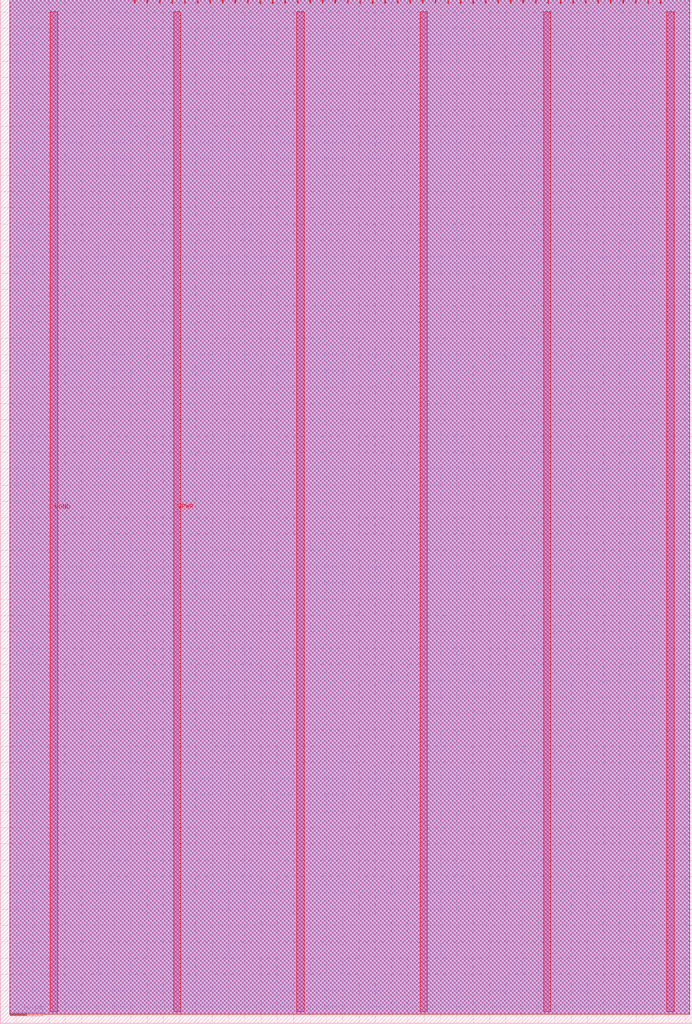
<source format=lef>
VERSION 5.8 ;
BUSBITCHARS "[]" ;
DIVIDERCHAR "/" ;
UNITS
    DATABASE MICRONS 1000 ;
END UNITS

VIA tt_um_rebeccargb_vga_pride_via1_2_2200_440_1_5_410_410
  VIARULE via1Array ;
  CUTSIZE 0.19 0.19 ;
  LAYERS Metal1 Via1 Metal2 ;
  CUTSPACING 0.22 0.22 ;
  ENCLOSURE 0.01 0.125 0.05 0.005 ;
  ROWCOL 1 5 ;
END tt_um_rebeccargb_vga_pride_via1_2_2200_440_1_5_410_410

VIA tt_um_rebeccargb_vga_pride_via2_3_2200_440_1_5_410_410
  VIARULE via2Array ;
  CUTSIZE 0.19 0.19 ;
  LAYERS Metal2 Via2 Metal3 ;
  CUTSPACING 0.22 0.22 ;
  ENCLOSURE 0.05 0.005 0.005 0.05 ;
  ROWCOL 1 5 ;
END tt_um_rebeccargb_vga_pride_via2_3_2200_440_1_5_410_410

VIA tt_um_rebeccargb_vga_pride_via3_4_2200_440_1_5_410_410
  VIARULE via3Array ;
  CUTSIZE 0.19 0.19 ;
  LAYERS Metal3 Via3 Metal4 ;
  CUTSPACING 0.22 0.22 ;
  ENCLOSURE 0.005 0.05 0.05 0.005 ;
  ROWCOL 1 5 ;
END tt_um_rebeccargb_vga_pride_via3_4_2200_440_1_5_410_410

VIA tt_um_rebeccargb_vga_pride_via4_5_2200_440_1_5_410_410
  VIARULE via4Array ;
  CUTSIZE 0.19 0.19 ;
  LAYERS Metal4 Via4 Metal5 ;
  CUTSPACING 0.22 0.22 ;
  ENCLOSURE 0.05 0.005 0.185 0.05 ;
  ROWCOL 1 5 ;
END tt_um_rebeccargb_vga_pride_via4_5_2200_440_1_5_410_410

MACRO tt_um_rebeccargb_vga_pride
  FOREIGN tt_um_rebeccargb_vga_pride 0 0 ;
  CLASS BLOCK ;
  SIZE 212.16 BY 313.74 ;
  PIN clk
    DIRECTION INPUT ;
    USE SIGNAL ;
    PORT
      LAYER Metal5 ;
        RECT  198.57 312.74 198.87 313.74 ;
    END
  END clk
  PIN ena
    DIRECTION INPUT ;
    USE SIGNAL ;
    PORT
      LAYER Metal5 ;
        RECT  202.41 312.74 202.71 313.74 ;
    END
  END ena
  PIN rst_n
    DIRECTION INPUT ;
    USE SIGNAL ;
    PORT
      LAYER Metal5 ;
        RECT  194.73 312.74 195.03 313.74 ;
    END
  END rst_n
  PIN ui_in[0]
    DIRECTION INPUT ;
    USE SIGNAL ;
    PORT
      LAYER Metal5 ;
        RECT  190.89 312.74 191.19 313.74 ;
    END
  END ui_in[0]
  PIN ui_in[1]
    DIRECTION INPUT ;
    USE SIGNAL ;
    PORT
      LAYER Metal5 ;
        RECT  187.05 312.74 187.35 313.74 ;
    END
  END ui_in[1]
  PIN ui_in[2]
    DIRECTION INPUT ;
    USE SIGNAL ;
    PORT
      LAYER Metal5 ;
        RECT  183.21 312.74 183.51 313.74 ;
    END
  END ui_in[2]
  PIN ui_in[3]
    DIRECTION INPUT ;
    USE SIGNAL ;
    PORT
      LAYER Metal5 ;
        RECT  179.37 312.74 179.67 313.74 ;
    END
  END ui_in[3]
  PIN ui_in[4]
    DIRECTION INPUT ;
    USE SIGNAL ;
    PORT
      LAYER Metal5 ;
        RECT  175.53 312.74 175.83 313.74 ;
    END
  END ui_in[4]
  PIN ui_in[5]
    DIRECTION INPUT ;
    USE SIGNAL ;
    PORT
      LAYER Metal5 ;
        RECT  171.69 312.74 171.99 313.74 ;
    END
  END ui_in[5]
  PIN ui_in[6]
    DIRECTION INPUT ;
    USE SIGNAL ;
    PORT
      LAYER Metal5 ;
        RECT  167.85 312.74 168.15 313.74 ;
    END
  END ui_in[6]
  PIN ui_in[7]
    DIRECTION INPUT ;
    USE SIGNAL ;
    PORT
      LAYER Metal5 ;
        RECT  164.01 312.74 164.31 313.74 ;
    END
  END ui_in[7]
  PIN uio_in[0]
    DIRECTION INPUT ;
    USE SIGNAL ;
    PORT
      LAYER Metal5 ;
        RECT  160.17 312.74 160.47 313.74 ;
    END
  END uio_in[0]
  PIN uio_in[1]
    DIRECTION INPUT ;
    USE SIGNAL ;
    PORT
      LAYER Metal5 ;
        RECT  156.33 312.74 156.63 313.74 ;
    END
  END uio_in[1]
  PIN uio_in[2]
    DIRECTION INPUT ;
    USE SIGNAL ;
    PORT
      LAYER Metal5 ;
        RECT  152.49 312.74 152.79 313.74 ;
    END
  END uio_in[2]
  PIN uio_in[3]
    DIRECTION INPUT ;
    USE SIGNAL ;
    PORT
      LAYER Metal5 ;
        RECT  148.65 312.74 148.95 313.74 ;
    END
  END uio_in[3]
  PIN uio_in[4]
    DIRECTION INPUT ;
    USE SIGNAL ;
    PORT
      LAYER Metal5 ;
        RECT  144.81 312.74 145.11 313.74 ;
    END
  END uio_in[4]
  PIN uio_in[5]
    DIRECTION INPUT ;
    USE SIGNAL ;
    PORT
      LAYER Metal5 ;
        RECT  140.97 312.74 141.27 313.74 ;
    END
  END uio_in[5]
  PIN uio_in[6]
    DIRECTION INPUT ;
    USE SIGNAL ;
    PORT
      LAYER Metal5 ;
        RECT  137.13 312.74 137.43 313.74 ;
    END
  END uio_in[6]
  PIN uio_in[7]
    DIRECTION INPUT ;
    USE SIGNAL ;
    PORT
      LAYER Metal5 ;
        RECT  133.29 312.74 133.59 313.74 ;
    END
  END uio_in[7]
  PIN uio_oe[0]
    DIRECTION OUTPUT ;
    USE SIGNAL ;
    PORT
      LAYER Metal5 ;
        RECT  68.01 312.74 68.31 313.74 ;
    END
  END uio_oe[0]
  PIN uio_oe[1]
    DIRECTION OUTPUT ;
    USE SIGNAL ;
    PORT
      LAYER Metal5 ;
        RECT  64.17 312.74 64.47 313.74 ;
    END
  END uio_oe[1]
  PIN uio_oe[2]
    DIRECTION OUTPUT ;
    USE SIGNAL ;
    PORT
      LAYER Metal5 ;
        RECT  60.33 312.74 60.63 313.74 ;
    END
  END uio_oe[2]
  PIN uio_oe[3]
    DIRECTION OUTPUT ;
    USE SIGNAL ;
    PORT
      LAYER Metal5 ;
        RECT  56.49 312.74 56.79 313.74 ;
    END
  END uio_oe[3]
  PIN uio_oe[4]
    DIRECTION OUTPUT ;
    USE SIGNAL ;
    PORT
      LAYER Metal5 ;
        RECT  52.65 312.74 52.95 313.74 ;
    END
  END uio_oe[4]
  PIN uio_oe[5]
    DIRECTION OUTPUT ;
    USE SIGNAL ;
    PORT
      LAYER Metal5 ;
        RECT  48.81 312.74 49.11 313.74 ;
    END
  END uio_oe[5]
  PIN uio_oe[6]
    DIRECTION OUTPUT ;
    USE SIGNAL ;
    PORT
      LAYER Metal5 ;
        RECT  44.97 312.74 45.27 313.74 ;
    END
  END uio_oe[6]
  PIN uio_oe[7]
    DIRECTION OUTPUT ;
    USE SIGNAL ;
    PORT
      LAYER Metal5 ;
        RECT  41.13 312.74 41.43 313.74 ;
    END
  END uio_oe[7]
  PIN uio_out[0]
    DIRECTION OUTPUT ;
    USE SIGNAL ;
    PORT
      LAYER Metal5 ;
        RECT  98.73 312.74 99.03 313.74 ;
    END
  END uio_out[0]
  PIN uio_out[1]
    DIRECTION OUTPUT ;
    USE SIGNAL ;
    PORT
      LAYER Metal5 ;
        RECT  94.89 312.74 95.19 313.74 ;
    END
  END uio_out[1]
  PIN uio_out[2]
    DIRECTION OUTPUT ;
    USE SIGNAL ;
    PORT
      LAYER Metal5 ;
        RECT  91.05 312.74 91.35 313.74 ;
    END
  END uio_out[2]
  PIN uio_out[3]
    DIRECTION OUTPUT ;
    USE SIGNAL ;
    PORT
      LAYER Metal5 ;
        RECT  87.21 312.74 87.51 313.74 ;
    END
  END uio_out[3]
  PIN uio_out[4]
    DIRECTION OUTPUT ;
    USE SIGNAL ;
    PORT
      LAYER Metal5 ;
        RECT  83.37 312.74 83.67 313.74 ;
    END
  END uio_out[4]
  PIN uio_out[5]
    DIRECTION OUTPUT ;
    USE SIGNAL ;
    PORT
      LAYER Metal5 ;
        RECT  79.53 312.74 79.83 313.74 ;
    END
  END uio_out[5]
  PIN uio_out[6]
    DIRECTION OUTPUT ;
    USE SIGNAL ;
    PORT
      LAYER Metal5 ;
        RECT  75.69 312.74 75.99 313.74 ;
    END
  END uio_out[6]
  PIN uio_out[7]
    DIRECTION OUTPUT ;
    USE SIGNAL ;
    PORT
      LAYER Metal5 ;
        RECT  71.85 312.74 72.15 313.74 ;
    END
  END uio_out[7]
  PIN uo_out[0]
    DIRECTION OUTPUT ;
    USE SIGNAL ;
    PORT
      LAYER Metal5 ;
        RECT  129.45 312.74 129.75 313.74 ;
    END
  END uo_out[0]
  PIN uo_out[1]
    DIRECTION OUTPUT ;
    USE SIGNAL ;
    PORT
      LAYER Metal5 ;
        RECT  125.61 312.74 125.91 313.74 ;
    END
  END uo_out[1]
  PIN uo_out[2]
    DIRECTION OUTPUT ;
    USE SIGNAL ;
    PORT
      LAYER Metal5 ;
        RECT  121.77 312.74 122.07 313.74 ;
    END
  END uo_out[2]
  PIN uo_out[3]
    DIRECTION OUTPUT ;
    USE SIGNAL ;
    PORT
      LAYER Metal5 ;
        RECT  117.93 312.74 118.23 313.74 ;
    END
  END uo_out[3]
  PIN uo_out[4]
    DIRECTION OUTPUT ;
    USE SIGNAL ;
    PORT
      LAYER Metal5 ;
        RECT  114.09 312.74 114.39 313.74 ;
    END
  END uo_out[4]
  PIN uo_out[5]
    DIRECTION OUTPUT ;
    USE SIGNAL ;
    PORT
      LAYER Metal5 ;
        RECT  110.25 312.74 110.55 313.74 ;
    END
  END uo_out[5]
  PIN uo_out[6]
    DIRECTION OUTPUT ;
    USE SIGNAL ;
    PORT
      LAYER Metal5 ;
        RECT  106.41 312.74 106.71 313.74 ;
    END
  END uo_out[6]
  PIN uo_out[7]
    DIRECTION OUTPUT ;
    USE SIGNAL ;
    PORT
      LAYER Metal5 ;
        RECT  102.57 312.74 102.87 313.74 ;
    END
  END uo_out[7]
  PIN VGND
    DIRECTION INOUT ;
    USE GROUND ;
    PORT
      LAYER Metal5 ;
        RECT  166.58 3.56 168.78 310.18 ;
        RECT  90.98 3.56 93.18 310.18 ;
        RECT  15.38 3.56 17.58 310.18 ;
    END
  END VGND
  PIN VPWR
    DIRECTION INOUT ;
    USE POWER ;
    PORT
      LAYER Metal5 ;
        RECT  204.38 3.56 206.58 310.18 ;
        RECT  128.78 3.56 130.98 310.18 ;
        RECT  53.18 3.56 55.38 310.18 ;
    END
  END VPWR
  OBS
    LAYER Metal1 ;
     RECT  2.88 2.795 211.345 313.74 ;
    LAYER Metal2 ;
     RECT  2.88 2.795 211.345 313.74 ;
    LAYER Metal3 ;
     RECT  2.88 2.795 211.345 313.74 ;
    LAYER Metal4 ;
     RECT  2.88 2.795 211.345 313.74 ;
    LAYER Metal5 ;
     RECT  2.88 2.795 211.345 313.74 ;
  END
END tt_um_rebeccargb_vga_pride
END LIBRARY

</source>
